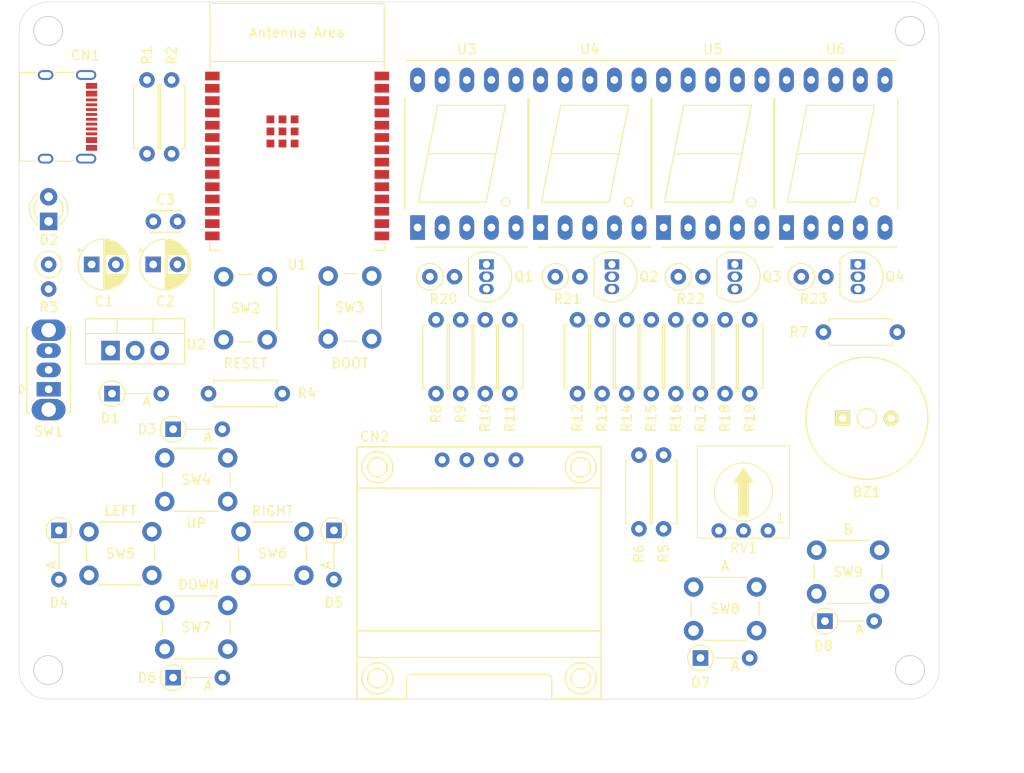
<source format=kicad_pcb>
(kicad_pcb (version 20240108) (generator "pcbnew") (generator_version "8.0")
  (layers (0 "F.Cu" signal) (31 "B.Cu" signal) (34 "B.Paste" user) (35 "F.Paste" user) (36 "B.SilkS" user "B.Silkscreen") (37 "F.SilkS" user "F.Silkscreen") (38 "B.Mask" user) (39 "F.Mask" user) (44 "Edge.Cuts" user))
  (net 0 "")
  (net 1 "Net-(BZ1-+)")
  (net 2 "GND")
  (net 3 "+5V")
  (net 4 "+3.3V")
  (net 6 "USB_D+")
  (net 7 "USB_D-")
  (net 9 "VBUS")
  (net 10 "Net-(CN1-CC2)")
  (net 11 "Net-(CN1-CC1)")
  (net 12 "SCL")
  (net 13 "SDA")
  (net 14 "Net-(D2-A)")
  (net 15 "Net-(D3-K)")
  (net 16 "KEY_IN1_IO9_BOOT")
  (net 17 "Net-(D4-K)")
  (net 18 "KEY_IN2")
  (net 19 "Net-(D5-K)")
  (net 20 "Net-(D6-K)")
  (net 21 "KEY_IN3_IO8")
  (net 22 "Net-(D7-K)")
  (net 23 "Net-(D8-K)")
  (net 24 "Net-(Q1-C)")
  (net 25 "Net-(Q1-B)")
  (net 26 "Net-(Q2-C)")
  (net 27 "Net-(Q2-B)")
  (net 28 "Net-(Q3-B)")
  (net 29 "Net-(Q3-C)")
  (net 30 "Net-(Q4-C)")
  (net 31 "Net-(Q4-B)")
  (net 32 "Net-(U1-EN{slash}CHIP_PU)")
  (net 33 "Net-(U1-MTMS{slash}GPIO4{slash}ADC1_CH4)")
  (net 34 "Net-(R10-Pad1)")
  (net 35 "KEY_OUT1")
  (net 36 "KEY_OUT2")
  (net 37 "Net-(R11-Pad1)")
  (net 38 "7SEG_A")
  (net 39 "/A")
  (net 40 "/B")
  (net 41 "7SEG_B")
  (net 42 "/C")
  (net 43 "7SEG_C")
  (net 44 "7SEG_D")
  (net 45 "/D")
  (net 46 "/E")
  (net 47 "7SEG_E")
  (net 48 "7SEG_F")
  (net 49 "/F")
  (net 50 "7SEG_G")
  (net 51 "/G")
  (net 52 "/DP")
  (net 53 "7SEG_DP")
  (net 54 "7SEG_DIGIT1")
  (net 55 "7SEG_DIGIT2")
  (net 56 "7SEG_DIGIT3")
  (net 57 "7SEG_DIGIT4")
  (net 58 "Net-(U1-MTDI{slash}GPIO5{slash}ADC1_CH5)")
  (footprint "Resistor_THT:R_Axial_DIN0207_L6.3mm_D2.5mm_P2.54mm_Vertical" (layer "F.Cu") (at 142.92 91.38)
    (property "Reference" "R20" (at 1.397 2.286 180) (layer "F.SilkS"))
    (property "Value" "4.7k")
    (pad "1" thru_hole circle (at 0 0) (size 1.6 1.6) (drill 0.8) (layers "*.Cu" "*.Mask") (net 54 "7SEG_DIGIT1"))
    (pad "2" thru_hole oval (at 2.54 0) (size 1.6 1.6) (drill 0.8) (layers "*.Cu" "*.Mask") (net 25 "Net-(Q1-B)"))
  )
  (footprint "Package_TO_SOT_THT:TO-92_Inline" (layer "F.Cu") (at 174.416 90.11 -90)
    (property "Reference" "Q3" (at 1.27 -3.81 180) (layer "F.SilkS"))
    (property "Value" "2SC1815")
    (pad "1" thru_hole rect (at 0 0 270) (size 1.05 1.5) (drill 0.75) (layers "*.Cu" "*.Mask") (net 2 "GND"))
    (pad "2" thru_hole oval (at 1.27 0 270) (size 1.05 1.5) (drill 0.75) (layers "*.Cu" "*.Mask") (net 29 "Net-(Q3-C)"))
    (pad "3" thru_hole oval (at 2.54 0 270) (size 1.05 1.5) (drill 0.75) (layers "*.Cu" "*.Mask") (net 28 "Net-(Q3-B)"))
  )
  (footprint "Button_Switch_THT:SW_PUSH_6mm_H7.3mm" (layer "F.Cu") (at 115.54 110.085)
    (property "Reference" "SW4" (at 3.25 2.25 360) (layer "F.SilkS"))
    (property "Value" "SW_UP")
    (pad "1" thru_hole circle (at 0 0 90) (size 2 2) (drill 1.1) (layers "*.Cu" "*.Mask") (net 15 "Net-(D3-K)"))
    (pad "1" thru_hole circle (at 6.5 0 90) (size 2 2) (drill 1.1) (layers "*.Cu" "*.Mask") (net 15 "Net-(D3-K)"))
    (pad "2" thru_hole circle (at 0 4.5 90) (size 2 2) (drill 1.1) (layers "*.Cu" "*.Mask") (net 34 "Net-(R10-Pad1)"))
    (pad "2" thru_hole circle (at 6.5 4.5 90) (size 2 2) (drill 1.1) (layers "*.Cu" "*.Mask") (net 34 "Net-(R10-Pad1)"))
  )
  (footprint "Resistor_THT:R_Axial_DIN0207_L6.3mm_D2.5mm_P7.62mm_Horizontal" (layer "F.Cu") (at 146.095 103.445 90)
    (property "Reference" "R9" (at -3.175 0 90) (layer "F.SilkS") (effects (justify left)))
    (property "Value" "10k")
    (pad "1" thru_hole circle (at 0 0 90) (size 1.6 1.6) (drill 0.8) (layers "*.Cu" "*.Mask") (net 21 "KEY_IN3_IO8"))
    (pad "2" thru_hole oval (at 7.62 0 90) (size 1.6 1.6) (drill 0.8) (layers "*.Cu" "*.Mask") (net 4 "+3.3V"))
  )
  (footprint "Resistor_THT:R_Axial_DIN0207_L6.3mm_D2.5mm_P2.54mm_Vertical" (layer "F.Cu") (at 168.574 91.38)
    (property "Reference" "R22" (at 1.27 2.286 0) (layer "F.SilkS"))
    (property "Value" "4.7k")
    (pad "1" thru_hole circle (at 0 0) (size 1.6 1.6) (drill 0.8) (layers "*.Cu" "*.Mask") (net 56 "7SEG_DIGIT3"))
    (pad "2" thru_hole oval (at 2.54 0) (size 1.6 1.6) (drill 0.8) (layers "*.Cu" "*.Mask") (net 28 "Net-(Q3-B)"))
  )
  (footprint "Capacitor_THT:C_Disc_D3.0mm_W2.0mm_P2.50mm" (layer "F.Cu") (at 114.365 85.665)
    (property "Reference" "C3" (at 1.25 -2.25 0) (layer "F.SilkS"))
    (property "Value" "0.1u")
    (pad "1" thru_hole circle (at 0 0) (size 1.6 1.6) (drill 0.8) (layers "*.Cu" "*.Mask") (net 4 "+3.3V"))
    (pad "2" thru_hole circle (at 2.5 0) (size 1.6 1.6) (drill 0.8) (layers "*.Cu" "*.Mask") (net 2 "GND"))
  )
  (footprint "Resistor_THT:R_Axial_DIN0207_L6.3mm_D2.5mm_P7.62mm_Horizontal" (layer "F.Cu") (at 113.71 78.68 90)
    (property "Reference" "R1" (at 10.16 0 90) (layer "F.SilkS"))
    (property "Value" "4.7k")
    (pad "1" thru_hole circle (at 0 0 90) (size 1.6 1.6) (drill 0.8) (layers "*.Cu" "*.Mask") (net 11 "Net-(CN1-CC1)"))
    (pad "2" thru_hole oval (at 7.62 0 90) (size 1.6 1.6) (drill 0.8) (layers "*.Cu" "*.Mask") (net 2 "GND"))
  )
  (footprint "Diode_THT:D_DO-35_SOD27_P5.08mm_Vertical_AnodeUp" (layer "F.Cu") (at 133.014 117.570686 -90)
    (property "Reference" "D5" (at 7.464314 0 360) (layer "F.SilkS"))
    (property "Value" "1N4148")
    (fp_text user "A" (at 3.58 0.8 90) (layer "F.SilkS"))
    (pad "1" thru_hole rect (at 0 0 270) (size 1.6 1.6) (drill 0.8) (layers "*.Cu" "*.Mask") (net 19 "Net-(D5-K)"))
    (pad "2" thru_hole oval (at 5.08 0 270) (size 1.6 1.6) (drill 0.8) (layers "*.Cu" "*.Mask") (net 18 "KEY_IN2"))
  )
  (footprint "Package_TO_SOT_THT:TO-92_Inline" (layer "F.Cu") (at 161.716 90.11 -90)
    (property "Reference" "Q2" (at 1.27 -3.81 180) (layer "F.SilkS"))
    (property "Value" "2SC1815")
    (pad "1" thru_hole rect (at 0 0 270) (size 1.05 1.5) (drill 0.75) (layers "*.Cu" "*.Mask") (net 2 "GND"))
    (pad "2" thru_hole oval (at 1.27 0 270) (size 1.05 1.5) (drill 0.75) (layers "*.Cu" "*.Mask") (net 26 "Net-(Q2-C)"))
    (pad "3" thru_hole oval (at 2.54 0 270) (size 1.05 1.5) (drill 0.75) (layers "*.Cu" "*.Mask") (net 27 "Net-(Q2-B)"))
  )
  (footprint "Resistor_THT:R_Axial_DIN0207_L6.3mm_D2.5mm_P7.62mm_Horizontal" (layer "F.Cu") (at 127.68 103.445 180)
    (property "Reference" "R4" (at -2.54 0 360) (layer "F.SilkS"))
    (property "Value" "10k")
    (pad "1" thru_hole circle (at 0 0 180) (size 1.6 1.6) (drill 0.8) (layers "*.Cu" "*.Mask") (net 32 "Net-(U1-EN{slash}CHIP_PU)"))
    (pad "2" thru_hole oval (at 7.62 0 180) (size 1.6 1.6) (drill 0.8) (layers "*.Cu" "*.Mask") (net 4 "+3.3V"))
  )
  (footprint "extsui:TSR_3386T" (layer "F.Cu") (at 175.305 113.605)
    (property "Reference" "RV1" (at 0 5.805 0) (layer "F.SilkS") (effects (font (thickness 0.1))))
    (property "Value" "R_Potentiometer_Small")
    (fp_text user "1" (at 3.26 3.305 0) (layer "F.SilkS") (effects (font (thickness 0.1)) (justify left bottom)))
    (pad "1" thru_hole circle (at 2.53 3.995) (size 1.524 1.524) (drill 0.762) (layers "*.Cu" "*.Mask") (net 2 "GND"))
    (pad "2" thru_hole circle (at 0 3.995) (size 1.524 1.524) (drill 0.762) (layers "*.Cu" "*.Mask") (net 58 "Net-(U1-MTDI{slash}GPIO5{slash}ADC1_CH5)"))
    (pad "3" thru_hole circle (at -2.55 3.995) (size 1.524 1.524) (drill 0.762) (layers "*.Cu" "*.Mask") (net 4 "+3.3V"))
  )
  (footprint "Package_TO_SOT_THT:TO-220-3_Vertical" (layer "F.Cu") (at 109.94 99)
    (property "Reference" "U2" (at 8.85 -0.635 360) (layer "F.SilkS"))
    (property "Value" "BA033CC0T")
    (pad "1" thru_hole rect (at 0 0) (size 1.905 2) (drill 1.1) (layers "*.Cu" "*.Mask") (net 3 "+5V"))
    (pad "2" thru_hole oval (at 2.54 0) (size 1.905 2) (drill 1.1) (layers "*.Cu" "*.Mask") (net 2 "GND"))
    (pad "3" thru_hole oval (at 5.08 0) (size 1.905 2) (drill 1.1) (layers "*.Cu" "*.Mask") (net 4 "+3.3V"))
  )
  (footprint "PCM_Espressif:ESP32-C6-WROOM-1" (layer "F.Cu") (at 129.205 78.914)
    (property "Reference" "U1" (at 0 11.196 0) (layer "F.SilkS"))
    (property "Value" "ESP32-C6-WROOM-1")
    (fp_text user "Antenna Area" (at 0 -12.75 0) (layer "F.SilkS"))
    (pad "1" smd rect (at -8.75 -8.26) (size 1.5 0.9) (layers "F.Cu" "F.Paste" "F.Mask") (net 2 "GND"))
    (pad "2" smd rect (at -8.75 -6.99) (size 1.5 0.9) (layers "F.Cu" "F.Paste" "F.Mask") (net 4 "+3.3V"))
    (pad "3" smd rect (at -8.75 -5.72) (size 1.5 0.9) (layers "F.Cu" "F.Paste" "F.Mask") (net 32 "Net-(U1-EN{slash}CHIP_PU)"))
    (pad "4" smd rect (at -8.75 -4.45) (size 1.5 0.9) (layers "F.Cu" "F.Paste" "F.Mask") (net 33 "Net-(U1-MTMS{slash}GPIO4{slash}ADC1_CH4)"))
    (pad "5" smd rect (at -8.75 -3.18) (size 1.5 0.9) (layers "F.Cu" "F.Paste" "F.Mask") (net 58 "Net-(U1-MTDI{slash}GPIO5{slash}ADC1_CH5)"))
    (pad "6" smd rect (at -8.75 -1.91) (size 1.5 0.9) (layers "F.Cu" "F.Paste" "F.Mask") (net 13 "SDA"))
    (pad "7" smd rect (at -8.75 -0.64) (size 1.5 0.9) (layers "F.Cu" "F.Paste" "F.Mask") (net 12 "SCL"))
    (pad "8" smd rect (at -8.75 0.63) (size 1.5 0.9) (layers "F.Cu" "F.Paste" "F.Mask") (net 36 "KEY_OUT2"))
    (pad "9" smd rect (at -8.75 1.9) (size 1.5 0.9) (layers "F.Cu" "F.Paste" "F.Mask") (net 35 "KEY_OUT1"))
    (pad "10" smd rect (at -8.75 3.17) (size 1.5 0.9) (layers "F.Cu" "F.Paste" "F.Mask") (net 21 "KEY_IN3_IO8"))
    (pad "11" smd rect (at -8.75 4.44) (size 1.5 0.9) (layers "F.Cu" "F.Paste" "F.Mask") (net 18 "KEY_IN2"))
    (pad "12" smd rect (at -8.75 5.71) (size 1.5 0.9) (layers "F.Cu" "F.Paste" "F.Mask") (net 54 "7SEG_DIGIT1"))
    (pad "13" smd rect (at -8.75 6.98) (size 1.5 0.9) (layers "F.Cu" "F.Paste" "F.Mask") (net 7 "USB_D-"))
    (pad "14" smd rect (at -8.75 8.25) (size 1.5 0.9) (layers "F.Cu" "F.Paste" "F.Mask") (net 6 "USB_D+"))
    (pad "15" smd rect (at 8.75 8.25 180) (size 1.5 0.9) (layers "F.Cu" "F.Paste" "F.Mask") (net 16 "KEY_IN1_IO9_BOOT"))
    (pad "16" smd rect (at 8.75 6.98 180) (size 1.5 0.9) (layers "F.Cu" "F.Paste" "F.Mask") (net 55 "7SEG_DIGIT2"))
    (pad "17" smd rect (at 8.75 5.71 180) (size 1.5 0.9) (layers "F.Cu" "F.Paste" "F.Mask") (net 56 "7SEG_DIGIT3"))
    (pad "18" smd rect (at 8.75 4.44 180) (size 1.5 0.9) (layers "F.Cu" "F.Paste" "F.Mask") (net 57 "7SEG_DIGIT4"))
    (pad "19" smd rect (at 8.75 3.17 180) (size 1.5 0.9) (layers "F.Cu" "F.Paste" "F.Mask") (net 38 "7SEG_A"))
    (pad "20" smd rect (at 8.75 1.9 180) (size 1.5 0.9) (layers "F.Cu" "F.Paste" "F.Mask") (net 41 "7SEG_B"))
    (pad "21" smd rect (at 8.75 0.63 180) (size 1.5 0.9) (layers "F.Cu" "F.Paste" "F.Mask") (net 43 "7SEG_C"))
    (pad "22" smd rect (at 8.75 -0.64 180) (size 1.5 0.9) (layers "F.Cu" "F.Paste" "F.Mask"))
    (pad "23" smd rect (at 8.75 -1.91 180) (size 1.5 0.9) (layers "F.Cu" "F.Paste" "F.Mask") (net 44 "7SEG_D"))
    (pad "24" smd rect (at 8.75 -3.18 180) (size 1.5 0.9) (layers "F.Cu" "F.Paste" "F.Mask") (net 47 "7SEG_E"))
    (pad "25" smd rect (at 8.75 -4.45 180) (size 1.5 0.9) (layers "F.Cu" "F.Paste" "F.Mask") (net 48 "7SEG_F"))
    (pad "26" smd rect (at 8.75 -5.72 180) (size 1.5 0.9) (layers "F.Cu" "F.Paste" "F.Mask") (net 50 "7SEG_G"))
    (pad "27" smd rect (at 8.75 -6.99 180) (size 1.5 0.9) (layers "F.Cu" "F.Paste" "F.Mask") (net 53 "7SEG_DP"))
    (pad "28" smd rect (at 8.75 -8.26 180) (size 1.5 0.9) (layers "F.Cu" "F.Paste" "F.Mask") (net 2 "GND"))
    (pad "29" smd rect (at -2.755 -3.79 180) (size 0.8 0.8) (layers "F.Cu" "F.Paste" "F.Mask") (net 2 "GND"))
    (pad "29" smd rect (at -2.755 -2.54 180) (size 0.8 0.8) (layers "F.Cu" "F.Paste" "F.Mask") (net 2 "GND"))
    (pad "29" smd rect (at -2.755 -1.29 180) (size 0.8 0.8) (layers "F.Cu" "F.Paste" "F.Mask") (net 2 "GND"))
    (pad "29" smd rect (at -1.505 -3.79 180) (size 0.8 0.8) (layers "F.Cu" "F.Paste" "F.Mask") (net 2 "GND"))
    (pad "29" smd rect (at -1.505 -2.54 180) (size 0.8 0.8) (layers "F.Cu" "F.Paste" "F.Mask") (net 2 "GND"))
    (pad "29" smd rect (at -1.505 -1.29 180) (size 0.8 0.8) (layers "F.Cu" "F.Paste" "F.Mask") (net 2 "GND"))
    (pad "29" smd rect (at -0.255 -3.79 180) (size 0.8 0.8) (layers "F.Cu" "F.Paste" "F.Mask") (net 2 "GND"))
    (pad "29" smd rect (at -0.255 -2.54 180) (size 0.8 0.8) (layers "F.Cu" "F.Paste" "F.Mask") (net 2 "GND"))
    (pad "29" smd rect (at -0.255 -1.29 180) (size 0.8 0.8) (layers "F.Cu" "F.Paste" "F.Mask") (net 2 "GND"))
  )
  (footprint "Display_7Segment:7SegmentLED_LTS6760_LTS6780" (layer "F.Cu") (at 141.65 86.3 90)
    (property "Reference" "U3" (at 18.415 5.08 180) (layer "F.SilkS"))
    (property "Value" "OSL10561-L*")
    (pad "1" thru_hole rect (at 0 0) (size 1.524 2.524) (drill 0.8) (layers "*.Cu" "*.Mask") (net 46 "/E"))
    (pad "2" thru_hole oval (at 0 2.54) (size 1.524 2.524) (drill 0.8) (layers "*.Cu" "*.Mask") (net 45 "/D"))
    (pad "3" thru_hole oval (at 0 5.08) (size 1.524 2.524) (drill 0.8) (layers "*.Cu" "*.Mask") (net 24 "Net-(Q1-C)"))
    (pad "4" thru_hole oval (at 0 7.62) (size 1.524 2.524) (drill 0.8) (layers "*.Cu" "*.Mask") (net 42 "/C"))
    (pad "5" thru_hole oval (at 0 10.16) (size 1.524 2.524) (drill 0.8) (layers "*.Cu" "*.Mask") (net 52 "/DP"))
    (pad "6" thru_hole oval (at 15.24 10.16) (size 1.524 2.524) (drill 0.8) (layers "*.Cu" "*.Mask") (net 40 "/B"))
    (pad "7" thru_hole oval (at 15.24 7.62) (size 1.524 2.524) (drill 0.8) (layers "*.Cu" "*.Mask") (net 39 "/A"))
    (pad "8" thru_hole oval (at 15.24 5.08) (size 1.524 2.524) (drill 0.8) (layers "*.Cu" "*.Mask") (net 24 "Net-(Q1-C)"))
    (pad "9" thru_hole oval (at 15.24 2.54) (size 1.524 2.524) (drill 0.8) (layers "*.Cu" "*.Mask") (net 49 "/F"))
    (pad "10" thru_hole oval (at 15.24 0) (size 1.524 2.524) (drill 0.8) (layers "*.Cu" "*.Mask") (net 51 "/G"))
  )
  (footprint "Diode_THT:D_DO-35_SOD27_P5.08mm_Vertical_AnodeUp" (layer "F.Cu") (at 116.405686 132.782)
    (property "Reference" "D6" (at -2.695686 0 0) (layer "F.SilkS"))
    (property "Value" "1N4148")
    (fp_text user "A" (at 3.58 0.8 0) (layer "F.SilkS"))
    (pad "1" thru_hole rect (at 0 0) (size 1.6 1.6) (drill 0.8) (layers "*.Cu" "*.Mask") (net 20 "Net-(D6-K)"))
    (pad "2" thru_hole oval (at 5.08 0) (size 1.6 1.6) (drill 0.8) (layers "*.Cu" "*.Mask") (net 18 "KEY_IN2"))
  )
  (footprint "Resistor_THT:R_Axial_DIN0207_L6.3mm_D2.5mm_P7.62mm_Horizontal" (layer "F.Cu") (at 151.175 103.445 90)
    (property "Reference" "R11" (at -2.54 0 90) (layer "F.SilkS"))
    (property "Value" "1k")
    (pad "1" thru_hole circle (at 0 0 90) (size 1.6 1.6) (drill 0.8) (layers "*.Cu" "*.Mask") (net 37 "Net-(R11-Pad1)"))
    (pad "2" thru_hole oval (at 7.62 0 90) (size 1.6 1.6) (drill 0.8) (layers "*.Cu" "*.Mask") (net 36 "KEY_OUT2"))
  )
  (footprint "Package_TO_SOT_THT:TO-92_Inline" (layer "F.Cu") (at 187.116 90.11 -90)
    (property "Reference" "Q4" (at 1.27 -3.81 180) (layer "F.SilkS"))
    (property "Value" "2SC1815")
    (pad "1" thru_hole rect (at 0 0 270) (size 1.05 1.5) (drill 0.75) (layers "*.Cu" "*.Mask") (net 2 "GND"))
    (pad "2" thru_hole oval (at 1.27 0 270) (size 1.05 1.5) (drill 0.75) (layers "*.Cu" "*.Mask") (net 30 "Net-(Q4-C)"))
    (pad "3" thru_hole oval (at 2.54 0 270) (size 1.05 1.5) (drill 0.75) (layers "*.Cu" "*.Mask") (net 31 "Net-(Q4-B)"))
  )
  (footprint "Button_Switch_THT:SW_PUSH_6mm_H7.3mm" (layer "F.Cu") (at 121.62 97.88 90)
    (property "Reference" "SW2" (at 3.25 2.25 180) (layer "F.SilkS"))
    (property "Value" "RESET")
    (pad "1" thru_hole circle (at 0 0 180) (size 2 2) (drill 1.1) (layers "*.Cu" "*.Mask") (net 2 "GND"))
    (pad "1" thru_hole circle (at 6.5 0 180) (size 2 2) (drill 1.1) (layers "*.Cu" "*.Mask") (net 2 "GND"))
    (pad "2" thru_hole circle (at 0 4.5 180) (size 2 2) (drill 1.1) (layers "*.Cu" "*.Mask") (net 32 "Net-(U1-EN{slash}CHIP_PU)"))
    (pad "2" thru_hole circle (at 6.5 4.5 180) (size 2 2) (drill 1.1) (layers "*.Cu" "*.Mask") (net 32 "Net-(U1-EN{slash}CHIP_PU)"))
  )
  (footprint "Connector_USB:USB_C_Receptacle_XKB_U262-16XN-4BVC11" (layer "F.Cu") (at 104.312 74.87 -90)
    (property "Reference" "CN1" (at -6.35 -3.048 180) (layer "F.SilkS"))
    (property "Value" "USB_C_Receptacle_USB2.0_16P")
    (pad "" np_thru_hole circle (at -2.89 -2.605 270) (size 0.65 0.65) (drill 0.65) (layers "*.Cu" "*.Mask"))
    (pad "" np_thru_hole circle (at 2.89 -2.605 270) (size 0.65 0.65) (drill 0.65) (layers "*.Cu" "*.Mask"))
    (pad "A1" smd rect (at -3.35 -3.67 270) (size 0.3 1.15) (layers "F.Cu" "F.Paste" "F.Mask") (net 2 "GND"))
    (pad "A4" smd rect (at -2.55 -3.67 270) (size 0.3 1.15) (layers "F.Cu" "F.Paste" "F.Mask") (net 9 "VBUS"))
    (pad "A5" smd rect (at -1.25 -3.67 270) (size 0.3 1.15) (layers "F.Cu" "F.Paste" "F.Mask") (net 11 "Net-(CN1-CC1)"))
    (pad "A6" smd rect (at -0.25 -3.67 270) (size 0.3 1.15) (layers "F.Cu" "F.Paste" "F.Mask") (net 6 "USB_D+"))
    (pad "A7" smd rect (at 0.25 -3.67 270) (size 0.3 1.15) (layers "F.Cu" "F.Paste" "F.Mask") (net 7 "USB_D-"))
    (pad "A8" smd rect (at 1.25 -3.67 270) (size 0.3 1.15) (layers "F.Cu" "F.Paste" "F.Mask"))
    (pad "A9" smd rect (at 2.55 -3.67 270) (size 0.3 1.15) (layers "F.Cu" "F.Paste" "F.Mask") (net 9 "VBUS"))
    (pad "A12" smd rect (at 3.35 -3.67 270) (size 0.3 1.15) (layers "F.Cu" "F.Paste" "F.Mask") (net 2 "GND"))
    (pad "B1" smd rect (at 3.05 -3.67 270) (size 0.3 1.15) (layers "F.Cu" "F.Paste" "F.Mask") (net 2 "GND"))
    (pad "B4" smd rect (at 2.25 -3.67 270) (size 0.3 1.15) (layers "F.Cu" "F.Paste" "F.Mask") (net 9 "VBUS"))
    (pad "B5" smd rect (at 1.75 -3.67 270) (size 0.3 1.15) (layers "F.Cu" "F.Paste" "F.Mask") (net 10 "Net-(CN1-CC2)"))
    (pad "B6" smd rect (at 0.75 -3.67 270) (size 0.3 1.15) (layers "F.Cu" "F.Paste" "F.Mask") (net 6 "USB_D+"))
    (pad "B7" smd rect (at -0.75 -3.67 270) (size 0.3 1.15) (layers "F.Cu" "F.Paste" "F.Mask") (net 7 "USB_D-"))
    (pad "B8" smd rect (at -1.75 -3.67 270) (size 0.3 1.15) (layers "F.Cu" "F.Paste" "F.Mask"))
    (pad "B9" smd rect (at -2.25 -3.67 270) (size 0.3 1.15) (layers "F.Cu" "F.Paste" "F.Mask") (net 9 "VBUS"))
    (pad "B12" smd rect (at -3.05 -3.67 270) (size 0.3 1.15) (layers "F.Cu" "F.Paste" "F.Mask") (net 2 "GND"))
    (pad "S1" thru_hole oval (at -4.32 -3.105 270) (size 1 2.1) (drill oval 0.6 1.7) (layers "*.Cu" "*.Mask") (net 2 "GND"))
    (pad "S1" thru_hole oval (at -4.32 1.075 270) (size 1 1.6) (drill oval 0.6 1.2) (layers "*.Cu" "*.Mask") (net 2 "GND"))
    (pad "S1" thru_hole oval (at 4.32 -3.105 270) (size 1 2.1) (drill oval 0.6 1.7) (layers "*.Cu" "*.Mask") (net 2 "GND"))
    (pad "S1" thru_hole oval (at 4.32 1.075 270) (size 1 1.6) (drill oval 0.6 1.2) (layers "*.Cu" "*.Mask") (net 2 "GND"))
  )
  (footprint "Button_Switch_THT:SW_PUSH_6mm_H7.3mm" (layer "F.Cu") (at 170.15 123.42)
    (property "Reference" "SW8" (at 3.25 2.25 0) (layer "F.SilkS"))
    (property "Value" "SW_A")
    (pad "1" thru_hole circle (at 0 0 90) (size 2 2) (drill 1.1) (layers "*.Cu" "*.Mask") (net 22 "Net-(D7-K)"))
    (pad "1" thru_hole circle (at 6.5 0 90) (size 2 2) (drill 1.1) (layers "*.Cu" "*.Mask") (net 22 "Net-(D7-K)"))
    (pad "2" thru_hole circle (at 0 4.5 90) (size 2 2) (drill 1.1) (layers "*.Cu" "*.Mask") (net 34 "Net-(R10-Pad1)"))
    (pad "2" thru_hole circle (at 6.5 4.5 90) (size 2 2) (drill 1.1) (layers "*.Cu" "*.Mask") (net 34 "Net-(R10-Pad1)"))
  )
  (footprint "Resistor_THT:R_Axial_DIN0207_L6.3mm_D2.5mm_P7.62mm_Horizontal" (layer "F.Cu") (at 173.4 103.445 90)
    (property "Reference" "R18" (at -2.54 0 90) (layer "F.SilkS"))
    (property "Value" "330")
    (pad "1" thru_hole circle (at 0 0 90) (size 1.6 1.6) (drill 0.8) (layers "*.Cu" "*.Mask") (net 50 "7SEG_G"))
    (pad "2" thru_hole oval (at 7.62 0 90) (size 1.6 1.6) (drill 0.8) (layers "*.Cu" "*.Mask") (net 51 "/G"))
  )
  (footprint "Diode_THT:D_DO-35_SOD27_P5.08mm_Vertical_AnodeUp" (layer "F.Cu") (at 116.405686 107.128)
    (property "Reference" "D3" (at -2.695686 0 0) (layer "F.SilkS"))
    (property "Value" "1N4148")
    (fp_text user "A" (at 3.58 0.8 0) (layer "F.SilkS"))
    (pad "1" thru_hole rect (at 0 0) (size 1.6 1.6) (drill 0.8) (layers "*.Cu" "*.Mask") (net 15 "Net-(D3-K)"))
    (pad "2" thru_hole oval (at 5.08 0) (size 1.6 1.6) (drill 0.8) (layers "*.Cu" "*.Mask") (net 16 "KEY_IN1_IO9_BOOT"))
  )
  (footprint "Resistor_THT:R_Axial_DIN0207_L6.3mm_D2.5mm_P7.62mm_Horizontal" (layer "F.Cu") (at 158.16 103.445 90)
    (property "Reference" "R12" (at -2.54 0 90) (layer "F.SilkS"))
    (property "Value" "330")
    (pad "1" thru_hole circle (at 0 0 90) (size 1.6 1.6) (drill 0.8) (layers "*.Cu" "*.Mask") (net 38 "7SEG_A"))
    (pad "2" thru_hole oval (at 7.62 0 90) (size 1.6 1.6) (drill 0.8) (layers "*.Cu" "*.Mask") (net 39 "/A"))
  )
  (footprint "extsui:Buzzer_PS_RP2_C13_40" (layer "F.Cu") (at 188.045 105.985)
    (property "Reference" "BZ1" (at 0 7.62 0) (layer "F.SilkS"))
    (property "Value" "Buzzer")
    (pad "1" thru_hole rect (at -2.5 0) (size 1.524 1.524) (drill 0.762) (layers "*.Cu" "*.Mask" "F.SilkS") (net 1 "Net-(BZ1-+)"))
    (pad "2" thru_hole circle (at 2.5 0) (size 1.524 1.524) (drill 0.762) (layers "*.Cu" "*.Mask" "F.SilkS") (net 2 "GND"))
  )
  (footprint "Resistor_THT:R_Axial_DIN0207_L6.3mm_D2.5mm_P7.62mm_Horizontal" (layer "F.Cu") (at 168.32 103.445 90)
    (property "Reference" "R16" (at -2.54 0 90) (layer "F.SilkS"))
    (property "Value" "330")
    (pad "1" thru_hole circle (at 0 0 90) (size 1.6 1.6) (drill 0.8) (layers "*.Cu" "*.Mask") (net 47 "7SEG_E"))
    (pad "2" thru_hole oval (at 7.62 0 90) (size 1.6 1.6) (drill 0.8) (layers "*.Cu" "*.Mask") (net 46 "/E"))
  )
  (footprint "Diode_THT:D_DO-35_SOD27_P5.08mm_Vertical_AnodeUp" (layer "F.Cu") (at 104.618 117.570686 -90)
    (property "Reference" "D4" (at 7.464314 0 180) (layer "F.SilkS"))
    (property "Value" "1N4148")
    (fp_text user "A" (at 3.58 0.8 90) (layer "F.SilkS"))
    (pad "1" thru_hole rect (at 0 0 270) (size 1.6 1.6) (drill 0.8) (layers "*.Cu" "*.Mask") (net 17 "Net-(D4-K)"))
    (pad "2" thru_hole oval (at 5.08 0 270) (size 1.6 1.6) (drill 0.8) (layers "*.Cu" "*.Mask") (net 16 "KEY_IN1_IO9_BOOT"))
  )
  (footprint "extsui:OLED_128x64_0.96inch" (layer "F.Cu") (at 148 108.9475)
    (property "Reference" "CN2" (at -10.795 -1.0575 0) (layer "F.SilkS"))
    (property "Value" "OLED_128x64_IIC")
    (pad "1" thru_hole circle (at -3.81 1.34) (size 1.524 1.524) (drill 0.762) (layers "*.Cu" "*.Mask") (net 2 "GND"))
    (pad "2" thru_hole circle (at -1.27 1.34) (size 1.524 1.524) (drill 0.762) (layers "*.Cu" "*.Mask") (net 4 "+3.3V"))
    (pad "3" thru_hole circle (at 1.27 1.34) (size 1.524 1.524) (drill 0.762) (layers "*.Cu" "*.Mask") (net 12 "SCL"))
    (pad "4" thru_hole circle (at 3.81 1.34) (size 1.524 1.524) (drill 0.762) (layers "*.Cu" "*.Mask") (net 13 "SDA"))
  )
  (footprint "Resistor_THT:R_Axial_DIN0207_L6.3mm_D2.5mm_P7.62mm_Horizontal" (layer "F.Cu") (at 164.51 117.415 90)
    (property "Reference" "R6" (at -2.54 0 90) (layer "F.SilkS"))
    (property "Value" "4.7k")
    (pad "1" thru_hole circle (at 0 0 90) (size 1.6 1.6) (drill 0.8) (layers "*.Cu" "*.Mask") (net 12 "SCL"))
    (pad "2" thru_hole oval (at 7.62 0 90) (size 1.6 1.6) (drill 0.8) (layers "*.Cu" "*.Mask") (net 4 "+3.3V"))
  )
  (footprint "Capacitor_THT:CP_Radial_D5.0mm_P2.50mm" (layer "F.Cu") (at 114.345 90.11)
    (property "Reference" "C2" (at 1.25 3.81 0) (layer "F.SilkS"))
    (property "Value" "47u")
    (pad "1" thru_hole rect (at 0 0) (size 1.6 1.6) (drill 0.8) (layers "*.Cu" "*.Mask") (net 4 "+3.3V"))
    (pad "2" thru_hole circle (at 2.5 0) (size 1.6 1.6) (drill 0.8) (layers "*.Cu" "*.Mask") (net 2 "GND"))
  )
  (footprint "Resistor_THT:R_Axial_DIN0207_L6.3mm_D2.5mm_P7.62mm_Horizontal" (layer "F.Cu") (at 183.56 97.095)
    (property "Reference" "R7" (at -2.54 0 360) (layer "F.SilkS"))
    (property "Value" "10k")
    (pad "1" thru_hole circle (at 0 0) (size 1.6 1.6) (drill 0.8) (layers "*.Cu" "*.Mask") (net 33 "Net-(U1-MTMS{slash}GPIO4{slash}ADC1_CH4)"))
    (pad "2" thru_hole oval (at 7.62 0) (size 1.6 1.6) (drill 0.8) (layers "*.Cu" "*.Mask") (net 1 "Net-(BZ1-+)"))
  )
  (footprint "Button_Switch_THT:SW_PUSH_6mm_H7.3mm" (layer "F.Cu") (at 182.85 119.61)
    (property "Reference" "SW9" (at 3.25 2.25 0) (layer "F.SilkS"))
    (property "Value" "SW_B")
    (pad "1" thru_hole circle (at 0 0 90) (size 2 2) (drill 1.1) (layers "*.Cu" "*.Mask") (net 23 "Net-(D8-K)"))
    (pad "1" thru_hole circle (at 6.5 0 90) (size 2 2) (drill 1.1) (layers "*.Cu" "*.Mask") (net 23 "Net-(D8-K)"))
    (pad "2" thru_hole circle (at 0 4.5 90) (size 2 2) (drill 1.1) (layers "*.Cu" "*.Mask") (net 37 "Net-(R11-Pad1)"))
    (pad "2" thru_hole circle (at 6.5 4.5 90) (size 2 2) (drill 1.1) (layers "*.Cu" "*.Mask") (net 37 "Net-(R11-Pad1)"))
  )
  (footprint "Display_7Segment:7SegmentLED_LTS6760_LTS6780" (layer "F.Cu") (at 179.75 86.3 90)
    (property "Reference" "U6" (at 18.415 5.08 180) (layer "F.SilkS"))
    (property "Value" "OSL10561-L*")
    (pad "1" thru_hole rect (at 0 0) (size 1.524 2.524) (drill 0.8) (layers "*.Cu" "*.Mask") (net 46 "/E"))
    (pad "2" thru_hole oval (at 0 2.54) (size 1.524 2.524) (drill 0.8) (layers "*.Cu" "*.Mask") (net 45 "/D"))
    (pad "3" thru_hole oval (at 0 5.08) (size 1.524 2.524) (drill 0.8) (layers "*.Cu" "*.Mask") (net 30 "Net-(Q4-C)"))
    (pad "4" thru_hole oval (at 0 7.62) (size 1.524 2.524) (drill 0.8) (layers "*.Cu" "*.Mask") (net 42 "/C"))
    (pad "5" thru_hole oval (at 0 10.16) (size 1.524 2.524) (drill 0.8) (layers "*.Cu" "*.Mask") (net 52 "/DP"))
    (pad "6" thru_hole oval (at 15.24 10.16) (size 1.524 2.524) (drill 0.8) (layers "*.Cu" "*.Mask") (net 40 "/B"))
    (pad "7" thru_hole oval (at 15.24 7.62) (size 1.524 2.524) (drill 0.8) (layers "*.Cu" "*.Mask") (net 39 "/A"))
    (pad "8" thru_hole oval (at 15.24 5.08) (size 1.524 2.524) (drill 0.8) (layers "*.Cu" "*.Mask") (net 30 "Net-(Q4-C)"))
    (pad "9" thru_hole oval (at 15.24 2.54) (size 1.524 2.524) (drill 0.8) (layers "*.Cu" "*.Mask") (net 49 "/F"))
    (pad "10" thru_hole oval (at 15.24 0) (size 1.524 2.524) (drill 0.8) (layers "*.Cu" "*.Mask") (net 51 "/G"))
  )
  (footprint "Resistor_THT:R_Axial_DIN0207_L6.3mm_D2.5mm_P2.54mm_Vertical" (layer "F.Cu") (at 181.274 91.38)
    (property "Reference" "R23" (at 1.27 2.286 0) (layer "F.SilkS"))
    (property "Value" "4.7k")
    (pad "1" thru_hole circle (at 0 0) (size 1.6 1.6) (drill 0.8) (layers "*.Cu" "*.Mask") (net 57 "7SEG_DIGIT4"))
    (pad "2" thru_hole oval (at 2.54 0) (size 1.6 1.6) (drill 0.8) (layers "*.Cu" "*.Mask") (net 31 "Net-(Q4-B)"))
  )
  (footprint "Resistor_THT:R_Axial_DIN0207_L6.3mm_D2.5mm_P7.62mm_Horizontal" (layer "F.Cu") (at 148.635 103.445 90)
    (property "Reference" "R10" (at -2.54 0 90) (layer "F.SilkS"))
    (property "Value" "1k")
    (pad "1" thru_hole circle (at 0 0 90) (size 1.6 1.6) (drill 0.8) (layers "*.Cu" "*.Mask") (net 34 "Net-(R10-Pad1)"))
    (pad "2" thru_hole oval (at 7.62 0 90) (size 1.6 1.6) (drill 0.8) (layers "*.Cu" "*.Mask") (net 35 "KEY_OUT1"))
  )
  (footprint "Capacitor_THT:CP_Radial_D5.0mm_P2.50mm" (layer "F.Cu") (at 107.995 90.11)
    (property "Reference" "C1" (at 1.27 3.81 0) (layer "F.SilkS"))
    (property "Value" "47u")
    (pad "1" thru_hole rect (at 0 0) (size 1.6 1.6) (drill 0.8) (layers "*.Cu" "*.Mask") (net 3 "+5V"))
    (pad "2" thru_hole circle (at 2.5 0) (size 1.6 1.6) (drill 0.8) (layers "*.Cu" "*.Mask") (net 2 "GND"))
  )
  (footprint "Button_Switch_THT:SW_PUSH_6mm_H7.3mm" (layer "F.Cu") (at 107.718 117.705)
    (property "Reference" "SW5" (at 3.25 2.25 360) (layer "F.SilkS"))
    (property "Value" "SW_LEFT")
    (pad "1" thru_hole circle (at 0 0 90) (size 2 2) (drill 1.1) (layers "*.Cu" "*.Mask") (net 17 "Net-(D4-K)"))
    (pad "1" thru_hole circle (at 6.5 0 90) (size 2 2) (drill 1.1) (layers "*.Cu" "*.Mask") (net 17 "Net-(D4-K)"))
    (pad "2" thru_hole circle (at 0 4.5 90) (size 2 2) (drill 1.1) (layers "*.Cu" "*.Mask") (net 37 "Net-(R11-Pad1)"))
    (pad "2" thru_hole circle (at 6.5 4.5 90) (size 2 2) (drill 1.1) (layers "*.Cu" "*.Mask") (net 37 "Net-(R11-Pad1)"))
  )
  (footprint "Resistor_THT:R_Axial_DIN0207_L6.3mm_D2.5mm_P7.62mm_Horizontal" (layer "F.Cu") (at 163.24 103.445 90)
    (property "Reference" "R14" (at -2.54 0 90) (layer "F.SilkS"))
    (property "Value" "330")
    (pad "1" thru_hole circle (at 0 0 90) (size 1.6 1.6) (drill 0.8) (layers "*.Cu" "*.Mask") (net 43 "7SEG_C"))
    (pad "2" thru_hole oval (at 7.62 0 90) (size 1.6 1.6) (drill 0.8) (layers "*.Cu" "*.Mask") (net 42 "/C"))
  )
  (footprint "Resistor_THT:R_Axial_DIN0207_L6.3mm_D2.5mm_P2.54mm_Vertical" (layer "F.Cu") (at 155.874 91.38)
    (property "Reference" "R21" (at 1.27 2.286 0) (layer "F.SilkS"))
    (property "Value" "4.7k")
    (pad "1" thru_hole circle (at 0 0) (size 1.6 1.6) (drill 0.8) (layers "*.Cu" "*.Mask") (net 55 "7SEG_DIGIT2"))
    (pad "2" thru_hole oval (at 2.54 0) (size 1.6 1.6) (drill 0.8) (layers "*.Cu" "*.Mask") (net 27 "Net-(Q2-B)"))
  )
  (footprint "Resistor_THT:R_Axial_DIN0207_L6.3mm_D2.5mm_P7.62mm_Horizontal" (layer "F.Cu") (at 165.78 103.445 90)
    (property "Reference" "R15" (at -2.54 0 90) (layer "F.SilkS"))
    (property "Value" "330")
    (pad "1" thru_hole circle (at 0 0 90) (size 1.6 1.6) (drill 0.8) (layers "*.Cu" "*.Mask") (net 44 "7SEG_D"))
    (pad "2" thru_hole oval (at 7.62 0 90) (size 1.6 1.6) (drill 0.8) (layers "*.Cu" "*.Mask") (net 45 "/D"))
  )
  (footprint "Package_TO_SOT_THT:TO-92_Inline" (layer "F.Cu") (at 148.762 90.11 -90)
    (property "Reference" "Q1" (at 1.27 -3.839 180) (layer "F.SilkS"))
    (property "Value" "2SC1815")
    (pad "1" thru_hole rect (at 0 0 270) (size 1.05 1.5) (drill 0.75) (layers "*.Cu" "*.Mask") (net 2 "GND"))
    (pad "2" thru_hole oval (at 1.27 0 270) (size 1.05 1.5) (drill 0.75) (layers "*.Cu" "*.Mask") (net 24 "Net-(Q1-C)"))
    (pad "3" thru_hole oval (at 2.54 0 270) (size 1.05 1.5) (drill 0.75) (layers "*.Cu" "*.Mask") (net 25 "Net-(Q1-B)"))
  )
  (footprint "Resistor_THT:R_Axial_DIN0207_L6.3mm_D2.5mm_P7.62mm_Horizontal" (layer "F.Cu") (at 175.94 103.445 90)
    (property "Reference" "R19" (at -2.54 0 90) (layer "F.SilkS"))
    (property "Value" "330")
    (pad "1" thru_hole circle (at 0 0 90) (size 1.6 1.6) (drill 0.8) (layers "*.Cu" "*.Mask") (net 53 "7SEG_DP"))
    (pad "2" thru_hole oval (at 7.62 0 90) (size 1.6 1.6) (drill 0.8) (layers "*.Cu" "*.Mask") (net 52 "/DP"))
  )
  (footprint "Resistor_THT:R_Axial_DIN0207_L6.3mm_D2.5mm_P7.62mm_Horizontal" (layer "F.Cu") (at 160.7 103.445 90)
    (property "Reference" "R13" (at -2.54 0 90) (layer "F.SilkS"))
    (property "Value" "330")
    (pad "1" thru_hole circle (at 0 0 90) (size 1.6 1.6) (drill 0.8) (layers "*.Cu" "*.Mask") (net 41 "7SEG_B"))
    (pad "2" thru_hole oval (at 7.62 0 90) (size 1.6 1.6) (drill 0.8) (layers "*.Cu" "*.Mask") (net 40 "/B"))
  )
  (footprint "Resistor_THT:R_Axial_DIN0207_L6.3mm_D2.5mm_P7.62mm_Horizontal" (layer "F.Cu") (at 170.86 103.445 90)
    (property "Reference" "R17" (at -2.54 0 90) (layer "F.SilkS"))
    (property "Value" "330")
    (pad "1" thru_hole circle (at 0 0 90) (size 1.6 1.6) (drill 0.8) (layers "*.Cu" "*.Mask") (net 48 "7SEG_F"))
    (pad "2" thru_hole oval (at 7.62 0 90) (size 1.6 1.6) (drill 0.8) (layers "*.Cu" "*.Mask") (net 49 "/F"))
  )
  (footprint "Diode_THT:D_DO-35_SOD27_P5.08mm_Vertical_AnodeUp" (layer "F.Cu") (at 183.715686 126.94)
    (property "Reference" "D8" (at -0.155686 2.54 0) (layer "F.SilkS"))
    (property "Value" "1N4148")
    (fp_text user "A" (at 3.58 0.8 0) (layer "F.SilkS"))
    (pad "1" thru_hole rect (at 0 0) (size 1.6 1.6) (drill 0.8) (layers "*.Cu" "*.Mask") (net 23 "Net-(D8-K)"))
    (pad "2" thru_hole oval (at 5.08 0) (size 1.6 1.6) (drill 0.8) (layers "*.Cu" "*.Mask") (net 21 "KEY_IN3_IO8"))
  )
  (footprint "Button_Switch_THT:SW_PUSH_6mm_H7.3mm" (layer "F.Cu") (at 132.415 97.805 90)
    (property "Reference" "SW3" (at 3.25 2.25 180) (layer "F.SilkS"))
    (property "Value" "SW_BOOT")
    (pad "1" thru_hole circle (at 0 0 180) (size 2 2) (drill 1.1) (layers "*.Cu" "*.Mask") (net 2 "GND"))
    (pad "1" thru_hole circle (at 6.5 0 180) (size 2 2) (drill 1.1) (layers "*.Cu" "*.Mask") (net 2 "GND"))
    (pad "2" thru_hole circle (at 0 4.5 180) (size 2 2) (drill 1.1) (layers "*.Cu" "*.Mask") (net 16 "KEY_IN1_IO9_BOOT"))
    (pad "2" thru_hole circle (at 6.5 4.5 180) (size 2 2) (drill 1.1) (layers "*.Cu" "*.Mask") (net 16 "KEY_IN1_IO9_BOOT"))
  )
  (footprint "Display_7Segment:7SegmentLED_LTS6760_LTS6780" (layer "F.Cu") (at 167.05 86.3 90)
    (property "Reference" "U5" (at 18.415 5.08 180) (layer "F.SilkS"))
    (property "Value" "OSL10561-L*")
    (pad "1" thru_hole rect (at 0 0) (size 1.524 2.524) (drill 0.8) (layers "*.Cu" "*.Mask") (net 46 "/E"))
    (pad "2" thru_hole oval (at 0 2.54) (size 1.524 2.524) (drill 0.8) (layers "*.Cu" "*.Mask") (net 45 "/D"))
    (pad "3" thru_hole oval (at 0 5.08) (size 1.524 2.524) (drill 0.8) (layers "*.Cu" "*.Mask") (net 29 "Net-(Q3-C)"))
    (pad "4" thru_hole oval (at 0 7.62) (size 1.524 2.524) (drill 0.8) (layers "*.Cu" "*.Mask") (net 42 "/C"))
    (pad "5" thru_hole oval (at 0 10.16) (size 1.524 2.524) (drill 0.8) (layers "*.Cu" "*.Mask") (net 52 "/DP"))
    (pad "6" thru_hole oval (at 15.24 10.16) (size 1.524 2.524) (drill 0.8) (layers "*.Cu" "*.Mask") (net 40 "/B"))
    (pad "7" thru_hole oval (at 15.24 7.62) (size 1.524 2.524) (drill 0.8) (layers "*.Cu" "*.Mask") (net 39 "/A"))
    (pad "8" thru_hole oval (at 15.24 5.08) (size 1.524 2.524) (drill 0.8) (layers "*.Cu" "*.Mask") (net 29 "Net-(Q3-C)"))
    (pad "9" thru_hole oval (at 15.24 2.54) (size 1.524 2.524) (drill 0.8) (layers "*.Cu" "*.Mask") (net 49 "/F"))
    (pad "10" thru_hole oval (at 15.24 0) (size 1.524 2.524) (drill 0.8) (layers "*.Cu" "*.Mask") (net 51 "/G"))
  )
  (footprint "Display_7Segment:7SegmentLED_LTS6760_LTS6780" (layer "F.Cu") (at 154.35 86.3 90)
    (property "Reference" "U4" (at 18.415 5.08 180) (layer "F.SilkS"))
    (property "Value" "OSL10561-L*")
    (pad "1" thru_hole rect (at 0 0) (size 1.524 2.524) (drill 0.8) (layers "*.Cu" "*.Mask") (net 46 "/E"))
    (pad "2" thru_hole oval (at 0 2.54) (size 1.524 2.524) (drill 0.8) (layers "*.Cu" "*.Mask") (net 45 "/D"))
    (pad "3" thru_hole oval (at 0 5.08) (size 1.524 2.524) (drill 0.8) (layers "*.Cu" "*.Mask") (net 26 "Net-(Q2-C)"))
    (pad "4" thru_hole oval (at 0 7.62) (size 1.524 2.524) (drill 0.8) (layers "*.Cu" "*.Mask") (net 42 "/C"))
    (pad "5" thru_hole oval (at 0 10.16) (size 1.524 2.524) (drill 0.8) (layers "*.Cu" "*.Mask") (net 52 "/DP"))
    (pad "6" thru_hole oval (at 15.24 10.16) (size 1.524 2.524) (drill 0.8) (layers "*.Cu" "*.Mask") (net 40 "/B"))
    (pad "7" thru_hole oval (at 15.24 7.62) (size 1.524 2.524) (drill 0.8) (layers "*.Cu" "*.Mask") (net 39 "/A"))
    (pad "8" thru_hole oval (at 15.24 5.08) (size 1.524 2.524) (drill 0.8) (layers "*.Cu" "*.Mask") (net 26 "Net-(Q2-C)"))
    (pad "9" thru_hole oval (at 15.24 2.54) (size 1.524 2.524) (drill 0.8) (layers "*.Cu" "*.Mask") (net 49 "/F"))
    (pad "10" thru_hole oval (at 15.24 0) (size 1.524 2.524) (drill 0.8) (layers "*.Cu" "*.Mask") (net 51 "/G"))
  )
  (footprint "Diode_THT:D_DO-35_SOD27_P5.08mm_Vertical_AnodeUp" (layer "F.Cu") (at 170.86 130.75)
    (property "Reference" "D7" (at 0 2.54 0) (layer "F.SilkS"))
    (property "Value" "1N4148")
    (fp_text user "A" (at 3.58 0.8 0) (layer "F.SilkS"))
    (pad "1" thru_hole rect (at 0 0) (size 1.6 1.6) (drill 0.8) (layers "*.Cu" "*.Mask") (net 22 "Net-(D7-K)"))
    (pad "2" thru_hole oval (at 5.08 0) (size 1.6 1.6) (drill 0.8) (layers "*.Cu" "*.Mask") (net 21 "KEY_IN3_IO8"))
  )
  (footprint "Resistor_THT:R_Axial_DIN0207_L6.3mm_D2.5mm_P7.62mm_Horizontal" (layer "F.Cu") (at 116.25 78.68 90)
    (property "Reference" "R2" (at 10.16 0 90) (layer "F.SilkS"))
    (property "Value" "4.7k")
    (pad "1" thru_hole circle (at 0 0 90) (size 1.6 1.6) (drill 0.8) (layers "*.Cu" "*.Mask") (net 10 "Net-(CN1-CC2)"))
    (pad "2" thru_hole oval (at 7.62 0 90) (size 1.6 1.6) (drill 0.8) (layers "*.Cu" "*.Mask") (net 2 "GND"))
  )
  (footprint "Resistor_THT:R_Axial_DIN0207_L6.3mm_D2.5mm_P7.62mm_Horizontal" (layer "F.Cu") (at 167.05 109.795 -90)
    (property "Reference" "R5" (at 10.16 0 90) (layer "F.SilkS"))
    (property "Value" "4.7k")
    (pad "1" thru_hole circle (at 0 0 270) (size 1.6 1.6) (drill 0.8) (layers "*.Cu" "*.Mask") (net 13 "SDA"))
    (pad "2" thru_hole oval (at 7.62 0 270) (size 1.6 1.6) (drill 0.8) (layers "*.Cu" "*.Mask") (net 4 "+3.3V"))
  )
  (footprint "Button_Switch_THT:SW_Slide_SPDT_Straight_CK_OS102011MS2Q" (layer "F.Cu") (at 103.55 103 90)
    (property "Reference" "SW1" (at -4.35 0 0) (layer "F.SilkS"))
    (property "Value" "SW_POWER (5P)")
    (pad "" thru_hole oval (at -2.1 0 90) (size 2.2 3.5) (drill 1.5) (layers "*.Cu" "*.Mask"))
    (pad "" thru_hole oval (at 6.1 0 90) (size 2.2 3.5) (drill 1.5) (layers "*.Cu" "*.Mask"))
    (pad "1" thru_hole rect (at 0 0 90) (size 1.5 2.5) (drill 0.8) (layers "*.Cu" "*.Mask") (net 9 "VBUS"))
    (pad "2" thru_hole oval (at 2 0 90) (size 1.5 2.5) (drill 0.8) (layers "*.Cu" "*.Mask") (net 3 "+5V"))
    (pad "3" thru_hole oval (at 4 0 90) (size 1.5 2.5) (drill 0.8) (layers "*.Cu" "*.Mask"))
  )
  (footprint "Resistor_THT:R_Axial_DIN0207_L6.3mm_D2.5mm_P2.54mm_Vertical" (layer "F.Cu") (at 103.55 90.11 -90)
    (property "Reference" "R3" (at 4.445 0 180) (layer "F.SilkS"))
    (property "Value" "10k")
    (pad "1" thru_hole circle (at 0 0 270) (size 1.6 1.6) (drill 0.8) (layers "*.Cu" "*.Mask") (net 14 "Net-(D2-A)"))
    (pad "2" thru_hole oval (at 2.54 0 270) (size 1.6 1.6) (drill 0.8) (layers "*.Cu" "*.Mask") (net 3 "+5V"))
  )
  (footprint "LED_THT:LED_D3.0mm" (layer "F.Cu") (at 103.55 85.665 90)
    (property "Reference" "D2" (at -1.905 0 0) (layer "F.SilkS"))
    (property "Value" "LED_POWER")
    (pad "1" thru_hole rect (at 0 0 90) (size 1.8 1.8) (drill 0.9) (layers "*.Cu" "*.Mask") (net 2 "GND"))
    (pad "2" thru_hole circle (at 2.54 0 90) (size 1.8 1.8) (drill 0.9) (layers "*.Cu" "*.Mask") (net 14 "Net-(D2-A)"))
  )
  (footprint "Diode_THT:D_DO-35_SOD27_P5.08mm_Vertical_AnodeUp" (layer "F.Cu") (at 110.095685 103.445)
    (property "Reference" "D1" (at -0.195685 2.54 360) (layer "F.SilkS"))
    (property "Value" "1N4148")
    (fp_text user "A" (at 3.58 0.8 360) (layer "F.SilkS"))
    (pad "1" thru_hole rect (at 0 0) (size 1.6 1.6) (drill 0.8) (layers "*.Cu" "*.Mask") (net 3 "+5V"))
    (pad "2" thru_hole oval (at 5.08 0) (size 1.6 1.6) (drill 0.8) (layers "*.Cu" "*.Mask") (net 4 "+3.3V"))
  )
  (footprint "Button_Switch_THT:SW_PUSH_6mm_H7.3mm" (layer "F.Cu") (at 115.54 125.325)
    (property "Reference" "SW7" (at 3.25 2.25 0) (layer "F.SilkS"))
    (property "Value" "SW_DOWN")
    (pad "1" thru_hole circle (at 0 0 90) (size 2 2) (drill 1.1) (layers "*.Cu" "*.Mask") (net 20 "Net-(D6-K)"))
    (pad "1" thru_hole circle (at 6.5 0 90) (size 2 2) (drill 1.1) (layers "*.Cu" "*.Mask") (net 20 "Net-(D6-K)"))
    (pad "2" thru_hole circle (at 0 4.5 90) (size 2 2) (drill 1.1) (layers "*.Cu" "*.Mask") (net 37 "Net-(R11-Pad1)"))
    (pad "2" thru_hole circle (at 6.5 4.5 90) (size 2 2) (drill 1.1) (layers "*.Cu" "*.Mask") (net 37 "Net-(R11-Pad1)"))
  )
  (footprint "Resistor_THT:R_Axial_DIN0207_L6.3mm_D2.5mm_P7.62mm_Horizontal" (layer "F.Cu") (at 143.555 103.445 90)
    (property "Reference" "R8" (at -3.175 0 90) (layer "F.SilkS") (effects (justify left)))
    (property "Value" "10k")
    (pad "1" thru_hole circle (at 0 0 90) (size 1.6 1.6) (drill 0.8) (layers "*.Cu" "*.Mask") (net 16 "KEY_IN1_IO9_BOOT"))
    (pad "2" thru_hole oval (at 7.62 0 90) (size 1.6 1.6) (drill 0.8) (layers "*.Cu" "*.Mask") (net 4 "+3.3V"))
  )
  (footprint "Button_Switch_THT:SW_PUSH_6mm_H7.3mm" (layer "F.Cu") (at 123.414 117.705)
    (property "Reference" "SW6" (at 3.25 2.25 0) (layer "F.SilkS"))
    (property "Value" "SW_RIGHT")
    (pad "1" thru_hole circle (at 0 0 90) (size 2 2) (drill 1.1) (layers "*.Cu" "*.Mask") (net 19 "Net-(D5-K)"))
    (pad "1" thru_hole circle (at 6.5 0 90) (size 2 2) (drill 1.1) (layers "*.Cu" "*.Mask") (net 19 "Net-(D5-K)"))
    (pad "2" thru_hole circle (at 0 4.5 90) (size 2 2) (drill 1.1) (layers "*.Cu" "*.Mask") (net 34 "Net-(R10-Pad1)"))
    (pad "2" thru_hole circle (at 6.5 4.5 90) (size 2 2) (drill 1.1) (layers "*.Cu" "*.Mask") (net 34 "Net-(R10-Pad1)"))
  )
  (gr_arc (start 192.5 63) (mid 194.62132 63.87868) (end 195.5 66) (stroke (width 0.05)) (layer "Edge.Cuts"))
  (gr_circle (center 192.5 132) (end 194 132) (stroke (width 0.1)) (fill none) (layer "Edge.Cuts"))
  (gr_arc (start 103.5 135) (mid 101.37868 134.12132) (end 100.5 132) (stroke (width 0.05)) (layer "Edge.Cuts"))
  (gr_circle (center 103.5 66) (end 105 66) (stroke (width 0.1)) (fill none) (layer "Edge.Cuts"))
  (gr_line (start 192.5 135) (end 103.5 135) (stroke (width 0.05)) (layer "Edge.Cuts"))
  (gr_line (start 103.5 63) (end 192.5 63) (stroke (width 0.05)) (layer "Edge.Cuts"))
  (gr_circle (center 192.5 66) (end 194 66) (stroke (width 0.1)) (fill none) (layer "Edge.Cuts"))
  (gr_arc (start 100.5 66) (mid 101.37868 63.87868) (end 103.5 63) (stroke (width 0.05)) (layer "Edge.Cuts"))
  (gr_arc (start 195.5 132) (mid 194.62132 134.12132) (end 192.5 135) (stroke (width 0.05)) (layer "Edge.Cuts"))
  (gr_line (start 195.5 66) (end 195.5 132) (stroke (width 0.05)) (layer "Edge.Cuts"))
  (gr_line (start 100.5 66) (end 100.5 132) (stroke (width 0.05)) (layer "Edge.Cuts"))
  (gr_circle (center 103.5 132) (end 105 132) (stroke (width 0.1)) (fill none) (layer "Edge.Cuts"))
  (gr_text "LEFT" (at 110.968 116.145 0) (layer "F.SilkS") (effects (font (size 1 1)) (justify bottom)))
  (gr_text "RESET" (at 123.87 100.905 0) (layer "F.SilkS") (effects (font (size 1 1)) (justify bottom)))
  (gr_text "RIGHT" (at 126.664 116.145 0) (layer "F.SilkS") (effects (font (size 1 1)) (justify bottom)))
  (gr_text "UP" (at 118.79 117.415 0) (layer "F.SilkS") (effects (font (size 1 1)) (justify bottom)))
  (gr_text "DOWN" (at 119.044 123.765 0) (layer "F.SilkS") (effects (font (size 1 1)) (justify bottom)))
  (gr_text "A" (at 173.4 121.86 0) (layer "F.SilkS") (effects (font (size 1 1)) (justify bottom)))
  (gr_text "BOOT" (at 134.665 100.905 0) (layer "F.SilkS") (effects (font (size 1 1)) (justify bottom)))
  (gr_text "B" (at 186.1 118.05 0) (layer "F.SilkS") (effects (font (size 1 1)) (justify bottom)))
)
</source>
